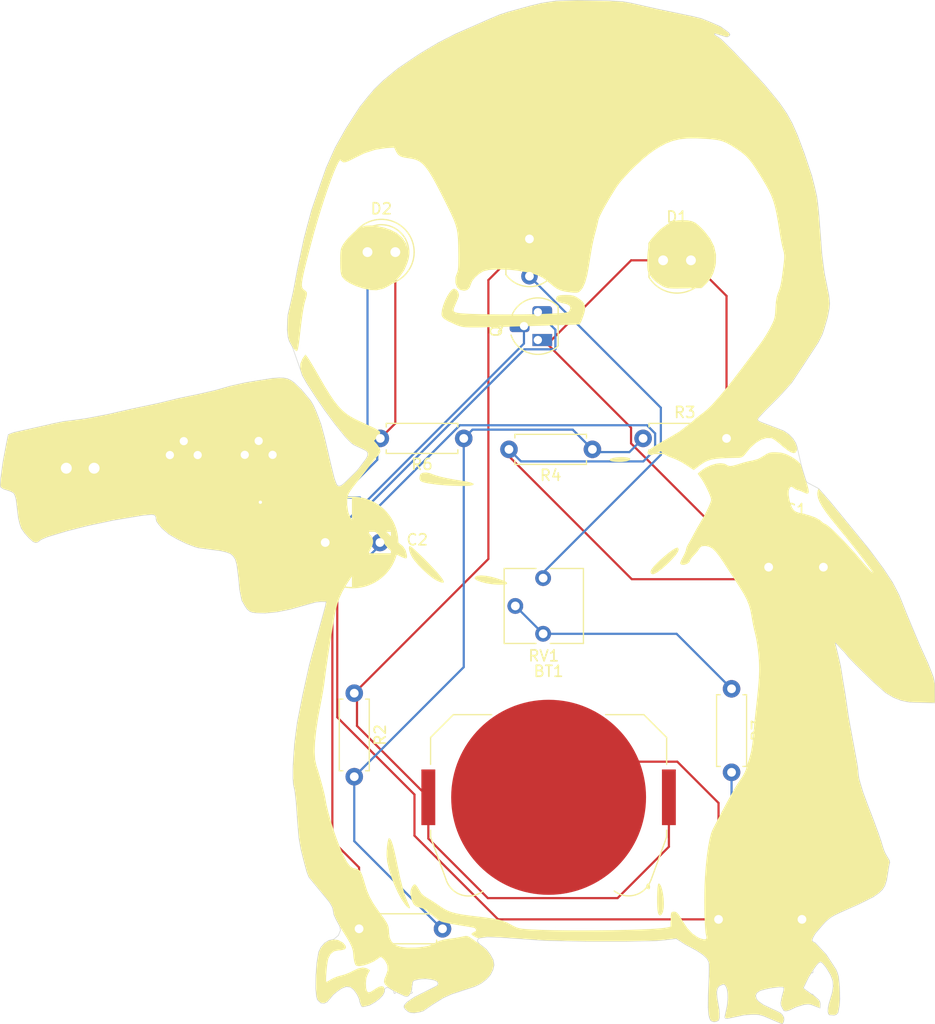
<source format=kicad_pcb>
(kicad_pcb (version 20240108) (generator "pcbnew") (generator_version "8.0")
  (layers (0 "F.Cu" signal) (31 "B.Cu" signal) (34 "B.Paste" user) (35 "F.Paste" user) (36 "B.SilkS" user "B.Silkscreen") (37 "F.SilkS" user "F.Silkscreen") (38 "B.Mask" user) (39 "F.Mask" user) (44 "Edge.Cuts" user))
  (net 0 "")
  (net 1 "Net-(BT1-+)")
  (net 2 "Net-(BT1--)")
  (net 3 "Net-(Q1-B)")
  (net 4 "Net-(D1-K)")
  (net 5 "Net-(Q2-B)")
  (net 6 "Net-(D2-K)")
  (net 7 "Net-(D1-A)")
  (net 8 "Net-(D2-A)")
  (net 9 "Net-(M1--)")
  (net 10 "Net-(M1-+)")
  (net 11 "Net-(Q3-B)")
  (net 12 "Net-(R2-Pad2)")
  (net 13 "Net-(R7-Pad2)")
  (net 14 "Net-(R7-Pad1)")
  (footprint "Capacitor_THT:CP_Radial_D8.0mm_P5.00mm" (layer "F.Cu") (at 155.097349 75.25)
    (property "Reference" "C2")
    (property "Value" "10uf")
  )
  (footprint "Package_TO_SOT_THT:TO-92L_HandSolder" (layer "F.Cu") (at 147.75 67.25)
    (property "Reference" "Q3")
    (property "Value" "NPN")
  )
  (footprint "Resistor_THT:R_Axial_DIN0207_L6.3mm_D2.5mm_P7.62mm_Horizontal" (layer "F.Cu") (at 192.21 88.6 -90)
    (property "Reference" "R7")
    (property "Value" "220")
  )
  (footprint "Potentiometer_THT:Potentiometer_Vishay_T73YP_Vertical" (layer "F.Cu") (at 175 78.5 180)
    (property "Reference" "RV1")
    (property "Value" "R_Potentiometer")
  )
  (footprint "Resistor_THT:R_Axial_DIN0207_L6.3mm_D2.5mm_P7.62mm_Horizontal" (layer "F.Cu") (at 198.64 109.64 180)
    (property "Reference" "R8")
    (property "Value" "220")
  )
  (footprint "LED_THT:LED_D5.0mm" (layer "F.Cu") (at 185.96 49.5)
    (property "Reference" "D1")
    (property "Value" "LED")
  )
  (footprint "Resistor_THT:R_Axial_DIN0207_L6.3mm_D2.5mm_P7.62mm_Horizontal" (layer "F.Cu") (at 167.75 65.75 180)
    (property "Reference" "R6")
    (property "Value" "220")
  )
  (footprint "Resistor_THT:R_Axial_DIN0207_L6.3mm_D2.5mm_P7.62mm_Horizontal" (layer "F.Cu") (at 157.75 89 -90)
    (property "Reference" "R2")
    (property "Value" "220")
  )
  (footprint "Package_TO_SOT_THT:TO-92L_HandSolder" (layer "F.Cu") (at 174.52 56.77 90)
    (property "Reference" "Q2")
    (property "Value" "NPN")
  )
  (footprint "Capacitor_THT:CP_Radial_D8.0mm_P5.00mm" (layer "F.Cu") (at 195.597349 77.5)
    (property "Reference" "C1")
    (property "Value" "10uf")
  )
  (footprint "Resistor_THT:R_Axial_DIN0207_L6.3mm_D2.5mm_P7.62mm_Horizontal" (layer "F.Cu") (at 165.81 110.5 180)
    (property "Reference" "R5")
    (property "Value" "47k")
  )
  (footprint "LOGO" (layer "F.Cu") (at 173 72.5)
    (property "Reference" "Penguin_Drawing" (hide yes))
    (property "Value" "LOGO" (hide yes))
  )
  (footprint "LED_THT:LED_D5.0mm" (layer "F.Cu") (at 158.96 48.75)
    (property "Reference" "D2")
    (property "Value" "LED")
  )
  (footprint "Resistor_THT:R_Axial_DIN0207_L6.3mm_D2.5mm_P7.62mm_Horizontal" (layer "F.Cu") (at 179.5 66.75 180)
    (property "Reference" "R4")
    (property "Value" "47k")
  )
  (footprint "Package_TO_SOT_THT:TO-92L_HandSolder" (layer "F.Cu") (at 140.91 67.27)
    (property "Reference" "Q1")
    (property "Value" "NPN")
  )
  (footprint "Connector_PinHeader_2.54mm:PinHeader_1x02_P2.54mm_Vertical" (layer "F.Cu") (at 133.99 68.47 -90)
    (property "Reference" "M1")
    (property "Value" "Motor_DC")
  )
  (footprint "Resistor_THT:R_Axial_DIN0207_L6.3mm_D2.5mm_P7.62mm_Horizontal" (layer "F.Cu") (at 184.13 65.75)
    (property "Reference" "R3")
    (property "Value" "220")
  )
  (footprint "OptoDevice:R_LDR_5.1x4.3mm_P3.4mm_Vertical" (layer "F.Cu") (at 173.75 50.95 90)
    (property "Reference" "R1")
    (property "Value" "R_Photo")
  )
  (footprint "Battery:BatteryHolder_Keystone_3034_1x20mm" (layer "F.Cu") (at 175.5 98.5)
    (property "Reference" "BT1")
    (property "Value" "Battery_Cell")
  )
  (gr_line (start 202.88 91.09) (end 203.39 93.88) (stroke (width 0.05)) (layer "Edge.Cuts"))
  (gr_line (start 196.95 65.05) (end 197.26 65.25) (stroke (width 0.05)) (layer "Edge.Cuts"))
  (gr_line (start 194.67 64.14) (end 194.84 64.24) (stroke (width 0.05)) (layer "Edge.Cuts"))
  (gr_line (start 156.17 116.24) (end 155.84 116.51) (stroke (width 0.05)) (layer "Edge.Cuts"))
  (gr_line (start 155.18 41.07) (end 156.01 39.21) (stroke (width 0.05)) (layer "Edge.Cuts"))
  (gr_line (start 201.49 115.76) (end 201.46 115.25) (stroke (width 0.05)) (layer "Edge.Cuts"))
  (gr_line (start 175.07 111.57) (end 171 111.28) (stroke (width 0.05)) (layer "Edge.Cuts"))
  (gr_line (start 147.2 78.63) (end 147.02 77.25) (stroke (width 0.05)) (layer "Edge.Cuts"))
  (gr_line (start 161.43 116.41) (end 161.38 116.36) (stroke (width 0.05)) (layer "Edge.Cuts"))
  (gr_line (start 155.84 116.51) (end 155.54 116.87) (stroke (width 0.05)) (layer "Edge.Cuts"))
  (gr_line (start 162.35 117.44) (end 162.57 117.19) (stroke (width 0.05)) (layer "Edge.Cuts"))
  (gr_line (start 200.53 113.65) (end 200.37 113.53) (stroke (width 0.05)) (layer "Edge.Cuts"))
  (gr_line (start 206.6 104.68) (end 206.37 106.07) (stroke (width 0.05)) (layer "Edge.Cuts"))
  (gr_line (start 165.89 116.8) (end 164.92 117.4) (stroke (width 0.05)) (layer "Edge.Cuts"))
  (gr_line (start 156.06 109.59) (end 155.88 109.19) (stroke (width 0.05)) (layer "Edge.Cuts"))
  (gr_line (start 196.84 118.33) (end 196.98 118.58) (stroke (width 0.05)) (layer "Edge.Cuts"))
  (gr_line (start 194.67 117.12) (end 195.12 117.44) (stroke (width 0.05)) (layer "Edge.Cuts"))
  (gr_line (start 204.76 75.85) (end 206.09 77.65) (stroke (width 0.05)) (layer "Edge.Cuts"))
  (gr_line (start 127.34 73.96) (end 127.2 73.54) (stroke (width 0.05)) (layer "Edge.Cuts"))
  (gr_line (start 189.47 27.44) (end 190.67 27.94) (stroke (width 0.05)) (layer "Edge.Cuts"))
  (gr_line (start 146.36 60.99) (end 147.81 60.66) (stroke (width 0.05)) (layer "Edge.Cuts"))
  (gr_line (start 171.75 26.85) (end 173.78 26.29) (stroke (width 0.05)) (layer "Edge.Cuts"))
  (gr_line (start 190.08 116.58) (end 190.14 115.18) (stroke (width 0.05)) (layer "Edge.Cuts"))
  (gr_line (start 201.78 84.49) (end 201.69 84.41) (stroke (width 0.05)) (layer "Edge.Cuts"))
  (gr_line (start 167 28.84) (end 170.17 27.45) (stroke (width 0.05)) (layer "Edge.Cuts"))
  (gr_line (start 154.67 80.65) (end 154.22 80.7) (stroke (width 0.05)) (layer "Edge.Cuts"))
  (gr_line (start 158.73 117.58) (end 158.51 117.62) (stroke (width 0.05)) (layer "Edge.Cuts"))
  (gr_line (start 153.6 105.78) (end 153.41 105.29) (stroke (width 0.05)) (layer "Edge.Cuts"))
  (gr_line (start 191.39 29.45) (end 192.44 30.49) (stroke (width 0.05)) (layer "Edge.Cuts"))
  (gr_line (start 151.69 54.46) (end 152.17 52.4) (stroke (width 0.05)) (layer "Edge.Cuts"))
  (gr_line (start 165.33 115.31) (end 165.07 115.19) (stroke (width 0.05)) (layer "Edge.Cuts"))
  (gr_line (start 155.44 111.55) (end 155.86 111.47) (stroke (width 0.05)) (layer "Edge.Cuts"))
  (gr_line (start 152.88 103.25) (end 152.69 102.2) (stroke (width 0.05)) (layer "Edge.Cuts"))
  (gr_line (start 199.47 117.42) (end 199.22 117.38) (stroke (width 0.05)) (layer "Edge.Cuts"))
  (gr_line (start 196.73 117.5) (end 196.7 117.26) (stroke (width 0.05)) (layer "Edge.Cuts"))
  (gr_line (start 156.16 69.98) (end 156.24 70.07) (stroke (width 0.05)) (layer "Edge.Cuts"))
  (gr_line (start 199.66 116.54) (end 200.07 116.89) (stroke (width 0.05)) (layer "Edge.Cuts"))
  (gr_line (start 139.92 73.63) (end 139.7 73.33) (stroke (width 0.05)) (layer "Edge.Cuts"))
  (gr_line (start 202.06 117.5) (end 201.94 118.14) (stroke (width 0.05)) (layer "Edge.Cuts"))
  (gr_line (start 200.3 117.64) (end 200.28 117.73) (stroke (width 0.05)) (layer "Edge.Cuts"))
  (gr_line (start 155.94 69.43) (end 156.11 69.88) (stroke (width 0.05)) (layer "Edge.Cuts"))
  (gr_line (start 201.06 118.27) (end 201.01 118.04) (stroke (width 0.05)) (layer "Edge.Cuts"))
  (gr_line (start 148.45 81.63) (end 148.22 81.55) (stroke (width 0.05)) (layer "Edge.Cuts"))
  (gr_line (start 126.22 70.53) (end 125.71 70.37) (stroke (width 0.05)) (layer "Edge.Cuts"))
  (gr_line (start 200.11 57.02) (end 198.77 59.06) (stroke (width 0.05)) (layer "Edge.Cuts"))
  (gr_line (start 163.02 116.25) (end 163.05 116.32) (stroke (width 0.05)) (layer "Edge.Cuts"))
  (gr_line (start 191.18 29.26) (end 191.39 29.45) (stroke (width 0.05)) (layer "Edge.Cuts"))
  (gr_line (start 201.15 53.17) (end 201.17 53.44) (stroke (width 0.05)) (layer "Edge.Cuts"))
  (gr_line (start 199 69.59) (end 199.12 69.78) (stroke (width 0.05)) (layer "Edge.Cuts"))
  (gr_line (start 195.79 115.91) (end 195.27 116.02) (stroke (width 0.05)) (layer "Edge.Cuts"))
  (gr_line (start 150.7 81.59) (end 149.6 81.7) (stroke (width 0.05)) (layer "Edge.Cuts"))
  (gr_line (start 190.83 118.96) (end 190.62 118.99) (stroke (width 0.05)) (layer "Edge.Cuts"))
  (gr_line (start 196.8 119.17) (end 195.11 118.45) (stroke (width 0.05)) (layer "Edge.Cuts"))
  (gr_line (start 162.95 116.4) (end 162.87 116.4) (stroke (width 0.05)) (layer "Edge.Cuts"))
  (gr_line (start 156.49 110.64) (end 156.43 110.28) (stroke (width 0.05)) (layer "Edge.Cuts"))
  (gr_line (start 153.38 60.67) (end 153.27 60.47) (stroke (width 0.05)) (layer "Edge.Cuts"))
  (gr_line (start 158.28 35.47) (end 159.56 33.91) (stroke (width 0.05)) (layer "Edge.Cuts"))
  (gr_line (start 143.55 75.75) (end 143.2 75.65) (stroke (width 0.05)) (layer "Edge.Cuts"))
  (gr_line (start 152.81 59.42) (end 152.1 57.41) (stroke (width 0.05)) (layer "Edge.Cuts"))
  (gr_line (start 201 52.23) (end 201.1 52.71) (stroke (width 0.05)) (layer "Edge.Cuts"))
  (gr_line (start 201.46 115.25) (end 201.25 114.7) (stroke (width 0.05)) (layer "Edge.Cuts"))
  (gr_line (start 140.82 74.5) (end 140.19 73.96) (stroke (width 0.05)) (layer "Edge.Cuts"))
  (gr_line (start 207.67 89.66) (end 206.99 89.39) (stroke (width 0.05)) (layer "Edge.Cuts"))
  (gr_line (start 151.66 54.89) (end 151.69 54.46) (stroke (width 0.05)) (layer "Edge.Cuts"))
  (gr_line (start 162.56 116.68) (end 162.34 116.64) (stroke (width 0.05)) (layer "Edge.Cuts"))
  (gr_line (start 170.45 113.35) (end 170.52 113.81) (stroke (width 0.05)) (layer "Edge.Cuts"))
  (gr_line (start 203.73 95.75) (end 203.79 96.42) (stroke (width 0.05)) (layer "Edge.Cuts"))
  (gr_line (start 194.48 116.89) (end 194.67 117.12) (stroke (width 0.05)) (layer "Edge.Cuts"))
  (gr_line (start 152.17 52.4) (end 152.53 50.45) (stroke (width 0.05)) (layer "Edge.Cuts"))
  (gr_line (start 156.99 37.47) (end 158.28 35.47) (stroke (width 0.05)) (layer "Edge.Cuts"))
  (gr_line (start 128.04 74.84) (end 127.65 74.4) (stroke (width 0.05)) (layer "Edge.Cuts"))
  (gr_line (start 191 29.14) (end 191.18 29.26) (stroke (width 0.05)) (layer "Edge.Cuts"))
  (gr_line (start 151.7 56.51) (end 151.63 55.84) (stroke (width 0.05)) (layer "Edge.Cuts"))
  (gr_line (start 169.07 115.62) (end 168.73 115.78) (stroke (width 0.05)) (layer "Edge.Cuts"))
  (gr_line (start 163.03 116.37) (end 162.95 116.4) (stroke (width 0.05)) (layer "Edge.Cuts"))
  (gr_line (start 126.65 70.75) (end 126.46 70.63) (stroke (width 0.05)) (layer "Edge.Cuts"))
  (gr_line (start 157.39 115.82) (end 157.04 115.78) (stroke (width 0.05)) (layer "Edge.Cuts"))
  (gr_line (start 190.68 28.81) (end 190.64 28.87) (stroke (width 0.05)) (layer "Edge.Cuts"))
  (gr_line (start 158.23 117.01) (end 158.16 116.8) (stroke (width 0.05)) (layer "Edge.Cuts"))
  (gr_line (start 155.67 68.35) (end 155.94 69.43) (stroke (width 0.05)) (layer "Edge.Cuts"))
  (gr_line (start 160.67 115.87) (end 160.52 116.02) (stroke (width 0.05)) (layer "Edge.Cuts"))
  (gr_line (start 157.49 66.18) (end 156.95 65.63) (stroke (width 0.05)) (layer "Edge.Cuts"))
  (gr_line (start 157.71 66.34) (end 157.49 66.18) (stroke (width 0.05)) (layer "Edge.Cuts"))
  (gr_line (start 190.89 116.79) (end 191.08 117.87) (stroke (width 0.05)) (layer "Edge.Cuts"))
  (gr_line (start 155.76 108.56) (end 155.49 108.08) (stroke (width 0.05)) (layer "Edge.Cuts"))
  (gr_line (start 195.2 33.45) (end 196.56 35.1) (stroke (width 0.05)) (layer "Edge.Cuts"))
  (gr_line (start 159.61 117.22) (end 159.15 117.48) (stroke (width 0.05)) (layer "Edge.Cuts"))
  (gr_line (start 199.6 114.52) (end 199.56 114.52) (stroke (width 0.05)) (layer "Edge.Cuts"))
  (gr_line (start 198.86 39.77) (end 199.54 41.79) (stroke (width 0.05)) (layer "Edge.Cuts"))
  (gr_line (start 151.63 55.84) (end 151.66 54.89) (stroke (width 0.05)) (layer "Edge.Cuts"))
  (gr_line (start 162.34 116.64) (end 161.54 116.27) (stroke (width 0.05)) (layer "Edge.Cuts"))
  (gr_line (start 197 118.78) (end 196.96 119) (stroke (width 0.05)) (layer "Edge.Cuts"))
  (gr_line (start 203.55 86.4) (end 202.93 85.76) (stroke (width 0.05)) (layer "Edge.Cuts"))
  (gr_line (start 198.84 115.98) (end 199.54 116.48) (stroke (width 0.05)) (layer "Edge.Cuts"))
  (gr_line (start 196.83 116.63) (end 196.97 116.12) (stroke (width 0.05)) (layer "Edge.Cuts"))
  (gr_line (start 204.43 98.62) (end 204.68 99.3) (stroke (width 0.05)) (layer "Edge.Cuts"))
  (gr_line (start 199.53 114.48) (end 199.25 114.91) (stroke (width 0.05)) (layer "Edge.Cuts"))
  (gr_line (start 127.2 73.54) (end 127.07 73.01) (stroke (width 0.05)) (layer "Edge.Cuts"))
  (gr_line (start 147.27 79.52) (end 147.2 78.63) (stroke (width 0.05)) (layer "Edge.Cuts"))
  (gr_line (start 169.36 115.46) (end 169.07 115.62) (stroke (width 0.05)) (layer "Edge.Cuts"))
  (gr_line (start 199.25 114.91) (end 198.78 115.88) (stroke (width 0.05)) (layer "Edge.Cuts"))
  (gr_line (start 151.97 60.45) (end 152.28 60.68) (stroke (width 0.05)) (layer "Edge.Cuts"))
  (gr_line (start 200.28 117.73) (end 199.47 117.42) (stroke (width 0.05)) (layer "Edge.Cuts"))
  (gr_line (start 201.41 116.31) (end 201.49 115.76) (stroke (width 0.05)) (layer "Edge.Cuts"))
  (gr_line (start 199.54 116.48) (end 199.56 116.47) (stroke (width 0.05)) (layer "Edge.Cuts"))
  (gr_line (start 201.98 114.86) (end 202.07 115.78) (stroke (width 0.05)) (layer "Edge.Cuts"))
  (gr_line (start 171.02 27.09) (end 171.75 26.85) (stroke (width 0.05)) (layer "Edge.Cuts"))
  (gr_line (start 182.3 25.89) (end 183.1 26.04) (stroke (width 0.05)) (layer "Edge.Cuts"))
  (gr_line (start 202.27 85.01) (end 201.95 84.66) (stroke (width 0.05)) (layer "Edge.Cuts"))
  (gr_line (start 183.1 26.04) (end 185.4 26.56) (stroke (width 0.05)) (layer "Edge.Cuts"))
  (gr_line (start 163.07 115.62) (end 163.03 115.69) (stroke (width 0.05)) (layer "Edge.Cuts"))
  (gr_line (start 163.1 115.33) (end 163.06 115.49) (stroke (width 0.05)) (layer "Edge.Cuts"))
  (gr_line (start 131.15 64.21) (end 133.22 63.94) (stroke (width 0.05)) (layer "Edge.Cuts"))
  (gr_line (start 154.3 116.68) (end 154.23 115.96) (stroke (width 0.05)) (layer "Edge.Cuts"))
  (gr_line (start 152.1 57.41) (end 151.81 56.88) (stroke (width 0.05)) (layer "Edge.Cuts"))
  (gr_line (start 188.01 111.95) (end 187.15 111.4) (stroke (width 0.05)) (layer "Edge.Cuts"))
  (gr_line (start 160.03 116.91) (end 159.61 117.22) (stroke (width 0.05)) (layer "Edge.Cuts"))
  (gr_line (start 198.58 68.21) (end 199 69.59) (stroke (width 0.05)) (layer "Edge.Cuts"))
  (gr_line (start 170.17 27.45) (end 171.02 27.09) (stroke (width 0.05)) (layer "Edge.Cuts"))
  (gr_line (start 155 117.3) (end 154.7 117.27) (stroke (width 0.05)) (layer "Edge.Cuts"))
  (gr_line (start 191.61 115.62) (end 191.47 115.57) (stroke (width 0.05)) (layer "Edge.Cuts"))
  (gr_line (start 190.86 28.85) (end 190.68 28.81) (stroke (width 0.05)) (layer "Edge.Cuts"))
  (gr_line (start 200.28 117.18) (end 200.31 117.34) (stroke (width 0.05)) (layer "Edge.Cuts"))
  (gr_line (start 156.56 70.05) (end 156.87 69.81) (stroke (width 0.05)) (layer "Edge.Cuts"))
  (gr_line (start 152.44 98.96) (end 152.32 97.91) (stroke (width 0.05)) (layer "Edge.Cuts"))
  (gr_line (start 195.11 118.45) (end 194.75 118.35) (stroke (width 0.05)) (layer "Edge.Cuts"))
  (gr_line (start 129.72 74.74) (end 129.15 74.98) (stroke (width 0.05)) (layer "Edge.Cuts"))
  (gr_line (start 202.53 85.27) (end 202.27 85.01) (stroke (width 0.05)) (layer "Edge.Cuts"))
  (gr_line (start 189.57 112.85) (end 189.01 112.48) (stroke (width 0.05)) (layer "Edge.Cuts"))
  (gr_line (start 199.65 114.47) (end 199.63 114.51) (stroke (width 0.05)) (layer "Edge.Cuts"))
  (gr_line (start 155.04 65.66) (end 155.34 66.94) (stroke (width 0.05)) (layer "Edge.Cuts"))
  (gr_line (start 202.38 87.84) (end 202.6 89.15) (stroke (width 0.05)) (layer "Edge.Cuts"))
  (gr_line (start 155.27 117.18) (end 155 117.3) (stroke (width 0.05)) (layer "Edge.Cuts"))
  (gr_line (start 154.5 112.61) (end 154.71 112.18) (stroke (width 0.05)) (layer "Edge.Cuts"))
  (gr_line (start 191.86 116.35) (end 191.8 116.03) (stroke (width 0.05)) (layer "Edge.Cuts"))
  (gr_line (start 190.12 118.33) (end 190.07 117.67) (stroke (width 0.05)) (layer "Edge.Cuts"))
  (gr_line (start 178.88 111.65) (end 175.07 111.57) (stroke (width 0.05)) (layer "Edge.Cuts"))
  (gr_line (start 158.86 66.9) (end 158.56 66.74) (stroke (width 0.05)) (layer "Edge.Cuts"))
  (gr_line (start 138.44 72.77) (end 135.69 73.23) (stroke (width 0.05)) (layer "Edge.Cuts"))
  (gr_line (start 191.59 118.58) (end 191.62 118.39) (stroke (width 0.05)) (layer "Edge.Cuts"))
  (gr_line (start 196.98 117.97) (end 196.73 117.5) (stroke (width 0.05)) (layer "Edge.Cuts"))
  (gr_line (start 198.78 115.88) (end 198.84 115.98) (stroke (width 0.05)) (layer "Edge.Cuts"))
  (gr_line (start 154.27 63.3) (end 154.7 64.42) (stroke (width 0.05)) (layer "Edge.Cuts"))
  (gr_line (start 152.53 50.45) (end 153.16 47.5) (stroke (width 0.05)) (layer "Edge.Cuts"))
  (gr_line (start 191.76 28.58) (end 191.96 28.73) (stroke (width 0.05)) (layer "Edge.Cuts"))
  (gr_line (start 125.45 70.18) (end 125.42 69.99) (stroke (width 0.05)) (layer "Edge.Cuts"))
  (gr_line (start 198.07 66.17) (end 198.19 66.51) (stroke (width 0.05)) (layer "Edge.Cuts"))
  (gr_line (start 191.82 117.45) (end 191.87 116.86) (stroke (width 0.05)) (layer "Edge.Cuts"))
  (gr_line (start 152.54 91.7) (end 153.05 89.12) (stroke (width 0.05)) (layer "Edge.Cuts"))
  (gr_line (start 165.07 115.19) (end 164.69 115.11) (stroke (width 0.05)) (layer "Edge.Cuts"))
  (gr_line (start 128.41 75.17) (end 128.04 74.84) (stroke (width 0.05)) (layer "Edge.Cuts"))
  (gr_line (start 196.96 119) (end 196.87 119.15) (stroke (width 0.05)) (layer "Edge.Cuts"))
  (gr_line (start 196.87 119.15) (end 196.8 119.17) (stroke (width 0.05)) (layer "Edge.Cuts"))
  (gr_line (start 126.18 65.39) (end 126.42 65.29) (stroke (width 0.05)) (layer "Edge.Cuts"))
  (gr_line (start 200.35 47.38) (end 200.46 48.91) (stroke (width 0.05)) (layer "Edge.Cuts"))
  (gr_line (start 147.97 81.34) (end 147.77 81.05) (stroke (width 0.05)) (layer "Edge.Cuts"))
  (gr_line (start 200 43.69) (end 200.19 45.4) (stroke (width 0.05)) (layer "Edge.Cuts"))
  (gr_line (start 154.7 117.27) (end 154.45 117.05) (stroke (width 0.05)) (layer "Edge.Cuts"))
  (gr_line (start 155.05 63.18) (end 154.27 62.04) (stroke (width 0.05)) (layer "Edge.Cuts"))
  (gr_line (start 191.87 116.86) (end 191.86 116.35) (stroke (width 0.05)) (layer "Edge.Cuts"))
  (gr_line (start 163.22 118.18) (end 162.88 118.15) (stroke (width 0.05)) (layer "Edge.Cuts"))
  (gr_line (start 201.21 109.5) (end 200.81 109.84) (stroke (width 0.05)) (layer "Edge.Cuts"))
  (gr_line (start 206.16 103.43) (end 206.28 103.68) (stroke (width 0.05)) (layer "Edge.Cuts"))
  (gr_line (start 200.85 114.04) (end 200.53 113.65) (stroke (width 0.05)) (layer "Edge.Cuts"))
  (gr_line (start 210.71 87.84) (end 210.77 88.15) (stroke (width 0.05)) (layer "Edge.Cuts"))
  (gr_line (start 208.21 89.78) (end 207.67 89.66) (stroke (width 0.05)) (layer "Edge.Cuts"))
  (gr_line (start 190.67 27.94) (end 191.22 28.18) (stroke (width 0.05)) (layer "Edge.Cuts"))
  (gr_line (start 204.95 99.99) (end 205.25 100.78) (stroke (width 0.05)) (layer "Edge.Cuts"))
  (gr_line (start 196.6 115.81) (end 195.79 115.91) (stroke (width 0.05)) (layer "Edge.Cuts"))
  (gr_line (start 202.17 86.52) (end 202.38 87.84) (stroke (width 0.05)) (layer "Edge.Cuts"))
  (gr_line (start 190.14 115.18) (end 190.16 113.91) (stroke (width 0.05)) (layer "Edge.Cuts"))
  (gr_line (start 192.01 29) (end 191.88 29.09) (stroke (width 0.05)) (layer "Edge.Cuts"))
  (gr_line (start 127.07 73.01) (end 126.95 72.05) (stroke (width 0.05)) (layer "Edge.Cuts"))
  (gr_line (start 154.25 114.71) (end 154.33 113.6) (stroke (width 0.05)) (layer "Edge.Cuts"))
  (gr_line (start 191.68 29.1) (end 190.86 28.85) (stroke (width 0.05)) (layer "Edge.Cuts"))
  (gr_line (start 199.86 110.93) (end 199.65 111.29) (stroke (width 0.05)) (layer "Edge.Cuts"))
  (gr_line (start 157.04 115.78) (end 156.89 115.82) (stroke (width 0.05)) (layer "Edge.Cuts"))
  (gr_line (start 148.22 81.55) (end 147.97 81.34) (stroke (width 0.05)) (layer "Edge.Cuts"))
  (gr_line (start 191.83 118.69) (end 191.65 118.67) (stroke (width 0.05)) (layer "Edge.Cuts"))
  (gr_line (start 194.6 64.07) (end 194.67 64.14) (stroke (width 0.05)) (layer "Edge.Cuts"))
  (gr_line (start 197.26 65.25) (end 197.47 65.41) (stroke (width 0.05)) (layer "Edge.Cuts"))
  (gr_line (start 164.05 118) (end 163.75 118.09) (stroke (width 0.05)) (layer "Edge.Cuts"))
  (gr_line (start 146.69 76.49) (end 146.44 76.27) (stroke (width 0.05)) (layer "Edge.Cuts"))
  (gr_line (start 205.17 107.58) (end 203.75 108.29) (stroke (width 0.05)) (layer "Edge.Cuts"))
  (gr_line (start 126.95 72.05) (end 126.86 71.3) (stroke (width 0.05)) (layer "Edge.Cuts"))
  (gr_line (start 162.67 118.06) (end 162.41 117.84) (stroke (width 0.05)) (layer "Edge.Cuts"))
  (gr_line (start 165.45 29.63) (end 167 28.84) (stroke (width 0.05)) (layer "Edge.Cuts"))
  (gr_line (start 196.85 115.82) (end 196.6 115.81) (stroke (width 0.05)) (layer "Edge.Cuts"))
  (gr_line (start 194.75 118.35) (end 194.47 118.32) (stroke (width 0.05)) (layer "Edge.Cuts"))
  (gr_line (start 199.86 111.79) (end 200.85 112.84) (stroke (width 0.05)) (layer "Edge.Cuts"))
  (gr_line (start 190.16 113.91) (end 190.14 113.55) (stroke (width 0.05)) (layer "Edge.Cuts"))
  (gr_line (start 129.01 64.68) (end 131.15 64.21) (stroke (width 0.05)) (layer "Edge.Cuts"))
  (gr_line (start 191.47 115.57) (end 191.38 115.59) (stroke (width 0.05)) (layer "Edge.Cuts"))
  (gr_line (start 151.65 60.3) (end 151.97 60.45) (stroke (width 0.05)) (layer "Edge.Cuts"))
  (gr_line (start 153.41 105.29) (end 152.88 103.25) (stroke (width 0.05)) (layer "Edge.Cuts"))
  (gr_line (start 169.82 115.1) (end 169.36 115.46) (stroke (width 0.05)) (layer "Edge.Cuts"))
  (gr_line (start 154.22 80.7) (end 151.9 81.35) (stroke (width 0.05)) (layer "Edge.Cuts"))
  (gr_line (start 197.73 36.96) (end 198.24 38.11) (stroke (width 0.05)) (layer "Edge.Cuts"))
  (gr_line (start 203.39 93.88) (end 203.73 95.75) (stroke (width 0.05)) (layer "Edge.Cuts"))
  (gr_line (start 195.12 117.44) (end 196.64 118.16) (stroke (width 0.05)) (layer "Edge.Cuts"))
  (gr_line (start 201.25 114.7) (end 200.85 114.04) (stroke (width 0.05)) (layer "Edge.Cuts"))
  (gr_line (start 171 111.28) (end 169.88 111.25) (stroke (width 0.05)) (layer "Edge.Cuts"))
  (gr_line (start 190.85 116.29) (end 190.89 116.79) (stroke (width 0.05)) (layer "Edge.Cuts"))
  (gr_line (start 206.66 104.44) (end 206.6 104.68) (stroke (width 0.05)) (layer "Edge.Cuts"))
  (gr_line (start 200.18 70.34) (end 201.26 71.58) (stroke (width 0.05)) (layer "Edge.Cuts"))
  (gr_line (start 162.57 117.19) (end 163.25 116.73) (stroke (width 0.05)) (layer "Edge.Cuts"))
  (gr_line (start 156.24 70.07) (end 156.35 70.1) (stroke (width 0.05)) (layer "Edge.Cuts"))
  (gr_line (start 131.51 74.2) (end 129.72 74.74) (stroke (width 0.05)) (layer "Edge.Cuts"))
  (gr_line (start 201.79 118.32) (end 201.59 118.39) (stroke (width 0.05)) (layer "Edge.Cuts"))
  (gr_line (start 192.44 30.49) (end 193.74 31.87) (stroke (width 0.05)) (layer "Edge.Cuts"))
  (gr_line (start 192.06 28.9) (end 192.01 29) (stroke (width 0.05)) (layer "Edge.Cuts"))
  (gr_line (start 200.19 45.4) (end 200.35 47.38) (stroke (width 0.05)) (layer "Edge.Cuts"))
  (gr_line (start 153.65 86.4) (end 154.41 83.6) (stroke (width 0.05)) (layer "Edge.Cuts"))
  (gr_line (start 169.17 111.35) (end 169.02 111.5) (stroke (width 0.05)) (layer "Edge.Cuts"))
  (gr_line (start 164.69 115.11) (end 164.25 115.06) (stroke (width 0.05)) (layer "Edge.Cuts"))
  (gr_line (start 160.52 116.02) (end 160.52 116.25) (stroke (width 0.05)) (layer "Edge.Cuts"))
  (gr_line (start 158.56 66.74) (end 157.71 66.34) (stroke (width 0.05)) (layer "Edge.Cuts"))
  (gr_line (start 200.19 117.01) (end 200.28 117.18) (stroke (width 0.05)) (layer "Edge.Cuts"))
  (gr_line (start 148.84 81.68) (end 148.45 81.63) (stroke (width 0.05)) (layer "Edge.Cuts"))
  (gr_line (start 201.49 113.82) (end 201.76 114.23) (stroke (width 0.05)) (layer "Edge.Cuts"))
  (gr_line (start 157.99 116.46) (end 157.69 116.05) (stroke (width 0.05)) (layer "Edge.Cuts"))
  (gr_line (start 165.35 115.67) (end 165.41 115.49) (stroke (width 0.05)) (layer "Edge.Cuts"))
  (gr_line (start 151.9 81.35) (end 150.7 81.59) (stroke (width 0.05)) (layer "Edge.Cuts"))
  (gr_line (start 165.41 115.49) (end 165.33 115.31) (stroke (width 0.05)) (layer "Edge.Cuts"))
  (gr_line (start 147.77 81.05) (end 147.48 80.54) (stroke (width 0.05)) (layer "Edge.Cuts"))
  (gr_line (start 185.4 26.56) (end 188.66 27.24) (stroke (width 0.05)) (layer "Edge.Cuts"))
  (gr_line (start 125.47 69.34) (end 125.66 67.94) (stroke (width 0.05)) (layer "Edge.Cuts"))
  (gr_line (start 154.45 117.05) (end 154.38 116.95) (stroke (width 0.05)) (layer "Edge.Cuts"))
  (gr_line (start 163.06 115.49) (end 163.07 115.62) (stroke (width 0.05)) (layer "Edge.Cuts"))
  (gr_line (start 206.09 77.65) (end 206.91 78.89) (stroke (width 0.05)) (layer "Edge.Cuts"))
  (gr_line (start 200.07 116.89) (end 200.15 116.97) (stroke (width 0.05)) (layer "Edge.Cuts"))
  (gr_line (start 205.67 107.23) (end 205.17 107.58) (stroke (width 0.05)) (layer "Edge.Cuts"))
  (gr_line (start 203.75 108.29) (end 202.04 109.05) (stroke (width 0.05)) (layer "Edge.Cuts"))
  (gr_line (start 201.09 117.39) (end 201.41 116.31) (stroke (width 0.05)) (layer "Edge.Cuts"))
  (gr_line (start 204.2 98) (end 204.43 98.62) (stroke (width 0.05)) (layer "Edge.Cuts"))
  (gr_line (start 169.88 111.25) (end 169.17 111.35) (stroke (width 0.05)) (layer "Edge.Cuts"))
  (gr_line (start 194.41 116.59) (end 194.48 116.89) (stroke (width 0.05)) (layer "Edge.Cuts"))
  (gr_line (start 141.71 62.09) (end 143.41 61.74) (stroke (width 0.05)) (layer "Edge.Cuts"))
  (gr_line (start 161.37 116.27) (end 161.38 116.19) (stroke (width 0.05)) (layer "Edge.Cuts"))
  (gr_line (start 199.56 111.53) (end 199.62 111.66) (stroke (width 0.05)) (layer "Edge.Cuts"))
  (gr_line (start 146.89 76.79) (end 146.69 76.49) (stroke (width 0.05)) (layer "Edge.Cuts"))
  (gr_line (start 202.6 89.15) (end 202.88 91.09) (stroke (width 0.05)) (layer "Edge.Cuts"))
  (gr_line (start 200.46 48.91) (end 200.69 50.69) (stroke (width 0.05)) (layer "Edge.Cuts"))
  (gr_line (start 126.86 71.3) (end 126.76 70.96) (stroke (width 0.05)) (layer "Edge.Cuts"))
  (gr_line (start 198.77 59.06) (end 197.71 60.66) (stroke (width 0.05)) (layer "Edge.Cuts"))
  (gr_line (start 201.94 118.14) (end 201.79 118.32) (stroke (width 0.05)) (layer "Edge.Cuts"))
  (gr_line (start 154.38 116.95) (end 154.3 116.68) (stroke (width 0.05)) (layer "Edge.Cuts"))
  (gr_line (start 190.14 113.55) (end 189.96 113.21) (stroke (width 0.05)) (layer "Edge.Cuts"))
  (gr_line (start 162.41 117.84) (end 162.3 117.67) (stroke (width 0.05)) (layer "Edge.Cuts"))
  (gr_line (start 193.37 118.37) (end 191.83 118.69) (stroke (width 0.05)) (layer "Edge.Cuts"))
  (gr_line (start 156.44 70.09) (end 156.56 70.05) (stroke (width 0.05)) (layer "Edge.Cuts"))
  (gr_line (start 152.29 93.62) (end 152.54 91.7) (stroke (width 0.05)) (layer "Edge.Cuts"))
  (gr_line (start 206.05 103.12) (end 206.16 103.43) (stroke (width 0.05)) (layer "Edge.Cuts"))
  (gr_line (start 206.62 104.25) (end 206.66 104.44) (stroke (width 0.05)) (layer "Edge.Cuts"))
  (gr_line (start 199.12 69.78) (end 199.36 69.9) (stroke (width 0.05)) (layer "Edge.Cuts"))
  (gr_line (start 133.22 63.94) (end 135.31 63.54) (stroke (width 0.05)) (layer "Edge.Cuts"))
  (gr_line (start 161.38 116.36) (end 161.37 116.27) (stroke (width 0.05)) (layer "Edge.Cuts"))
  (gr_line (start 200.37 113.53) (end 200.33 113.53) (stroke (width 0.05)) (layer "Edge.Cuts"))
  (gr_line (start 204.68 99.3) (end 204.95 99.99) (stroke (width 0.05)) (layer "Edge.Cuts"))
  (gr_line (start 137.31 63.08) (end 139.87 62.54) (stroke (width 0.05)) (layer "Edge.Cuts"))
  (gr_line (start 126.42 65.29) (end 126.72 65.19) (stroke (width 0.05)) (layer "Edge.Cuts"))
  (gr_line (start 161.51 116.37) (end 161.43 116.41) (stroke (width 0.05)) (layer "Edge.Cuts"))
  (gr_line (start 200.64 110.02) (end 199.86 110.93) (stroke (width 0.05)) (layer "Edge.Cuts"))
  (gr_line (start 154.27 62.04) (end 153.38 60.67) (stroke (width 0.05)) (layer "Edge.Cuts"))
  (gr_line (start 187.15 111.4) (end 185.39 111.59) (stroke (width 0.05)) (layer "Edge.Cuts"))
  (gr_line (start 199.65 111.29) (end 199.56 111.53) (stroke (width 0.05)) (layer "Edge.Cuts"))
  (gr_line (start 140.19 73.96) (end 139.92 73.63) (stroke (width 0.05)) (layer "Edge.Cuts"))
  (gr_line (start 162.87 116.4) (end 162.72 116.61) (stroke (width 0.05)) (layer "Edge.Cuts"))
  (gr_line (start 190.29 118.86) (end 190.19 118.63) (stroke (width 0.05)) (layer "Edge.Cuts"))
  (gr_line (start 205.62 101.79) (end 205.86 102.49) (stroke (width 0.05)) (layer "Edge.Cuts"))
  (gr_line (start 129.15 74.98) (end 128.84 75.22) (stroke (width 0.05)) (layer "Edge.Cuts"))
  (gr_line (start 202.04 109.05) (end 201.61 109.26) (stroke (width 0.05)) (layer "Edge.Cuts"))
  (gr_line (start 160.35 116.58) (end 160.03 116.91) (stroke (width 0.05)) (layer "Edge.Cuts"))
  (gr_line (start 198.24 38.11) (end 198.86 39.77) (stroke (width 0.05)) (layer "Edge.Cuts"))
  (gr_line (start 160.52 116.25) (end 160.35 116.58) (stroke (width 0.05)) (layer "Edge.Cuts"))
  (gr_line (start 163.71 30.67) (end 165.45 29.63) (stroke (width 0.05)) (layer "Edge.Cuts"))
  (gr_line (start 199.56 114.52) (end 199.53 114.48) (stroke (width 0.05)) (layer "Edge.Cuts"))
  (gr_line (start 197.25 36.1) (end 197.73 36.96) (stroke (width 0.05)) (layer "Edge.Cuts"))
  (gr_line (start 198.07 117.65) (end 197.44 117.95) (stroke (width 0.05)) (layer "Edge.Cuts"))
  (gr_line (start 147.81 60.66) (end 150.3 60.26) (stroke (width 0.05)) (layer "Edge.Cuts"))
  (gr_line (start 143.41 61.74) (end 145.02 61.37) (stroke (width 0.05)) (layer "Edge.Cuts"))
  (gr_line (start 125.5 70.23) (end 125.45 70.18) (stroke (width 0.05)) (layer "Edge.Cuts"))
  (gr_line (start 201.61 109.26) (end 201.21 109.5) (stroke (width 0.05)) (layer "Edge.Cuts"))
  (gr_line (start 152.28 60.68) (end 152.89 61.26) (stroke (width 0.05)) (layer "Edge.Cuts"))
  (gr_line (start 198.19 66.51) (end 198.58 68.21) (stroke (width 0.05)) (layer "Edge.Cuts"))
  (gr_line (start 125.71 70.37) (end 125.5 70.23) (stroke (width 0.05)) (layer "Edge.Cuts"))
  (gr_line (start 190.64 28.87) (end 190.73 28.97) (stroke (width 0.05)) (layer "Edge.Cuts"))
  (gr_line (start 156.57 115.95) (end 156.17 116.24) (stroke (width 0.05)) (layer "Edge.Cuts"))
  (gr_line (start 169 111.63) (end 169.17 111.86) (stroke (width 0.05)) (layer "Edge.Cuts"))
  (gr_line (start 195.02 64.31) (end 196.95 65.05) (stroke (width 0.05)) (layer "Edge.Cuts"))
  (gr_line (start 145.02 61.37) (end 146.36 60.99) (stroke (width 0.05)) (layer "Edge.Cuts"))
  (gr_line (start 206.99 89.39) (end 206.28 88.96) (stroke (width 0.05)) (layer "Edge.Cuts"))
  (gr_line (start 191.73 115.82) (end 191.61 115.62) (stroke (width 0.05)) (layer "Edge.Cuts"))
  (gr_line (start 155.11 81.05) (end 155.18 80.66) (stroke (width 0.05)) (layer "Edge.Cuts"))
  (gr_line (start 199.63 114.51) (end 199.6 114.52) (stroke (width 0.05)) (layer "Edge.Cuts"))
  (gr_line (start 152.32 97.91) (end 152.19 97.34) (stroke (width 0.05)) (layer "Edge.Cuts"))
  (gr_line (start 205.86 102.49) (end 206.05 103.12) (stroke (width 0.05)) (layer "Edge.Cuts"))
  (gr_line (start 200.81 109.84) (end 200.64 110.02) (stroke (width 0.05)) (layer "Edge.Cuts"))
  (gr_line (start 197.71 60.66) (end 196.54 61.96) (stroke (width 0.05)) (layer "Edge.Cuts"))
  (gr_line (start 199.58 116.47) (end 199.62 116.47) (stroke (width 0.05)) (layer "Edge.Cuts"))
  (gr_line (start 194.6 64) (end 194.6 64.07) (stroke (width 0.05)) (layer "Edge.Cuts"))
  (gr_line (start 157.69 116.05) (end 157.39 115.82) (stroke (width 0.05)) (layer "Edge.Cuts"))
  (gr_line (start 200.33 113.53) (end 200.17 113.6) (stroke (width 0.05)) (layer "Edge.Cuts"))
  (gr_line (start 169.81 112.37) (end 170.19 112.88) (stroke (width 0.05)) (layer "Edge.Cuts"))
  (gr_line (start 153.05 89.12) (end 153.65 86.4) (stroke (width 0.05)) (layer "Edge.Cuts"))
  (gr_line (start 162.93 116.24) (end 163.02 116.25) (stroke (width 0.05)) (layer "Edge.Cuts"))
  (gr_line (start 206.91 78.89) (end 207.52 80.06) (stroke (width 0.05)) (layer "Edge.Cuts"))
  (gr_line (start 201.95 84.66) (end 201.78 84.49) (stroke (width 0.05)) (layer "Edge.Cuts"))
  (gr_line (start 191.65 118.67) (end 191.59 118.58) (stroke (width 0.05)) (layer "Edge.Cuts"))
  (gr_line (start 199.97 113.82) (end 199.65 114.27) (stroke (width 0.05)) (layer "Edge.Cuts"))
  (gr_line (start 164.25 115.06) (end 163.77 115.09) (stroke (width 0.05)) (layer "Edge.Cuts"))
  (gr_line (start 141.61 74.96) (end 140.82 74.5) (stroke (width 0.05)) (layer "Edge.Cuts"))
  (gr_line (start 145.49 76) (end 143.55 75.75) (stroke (width 0.05)) (layer "Edge.Cuts"))
  (gr_line (start 208.24 81.86) (end 209.41 84.65) (stroke (width 0.05)) (layer "Edge.Cuts"))
  (gr_line (start 153.84 44.95) (end 154.68 42.5) (stroke (width 0.05)) (layer "Edge.Cuts"))
  (gr_line (start 194.47 118.32) (end 194.07 118.32) (stroke (width 0.05)) (layer "Edge.Cuts"))
  (gr_line (start 200.17 113.6) (end 199.97 113.82) (stroke (width 0.05)) (layer "Edge.Cuts"))
  (gr_line (start 201.76 114.23) (end 201.87 114.5) (stroke (width 0.05)) (layer "Edge.Cuts"))
  (gr_line (start 210.65 87.55) (end 210.71 87.84) (stroke (width 0.05)) (layer "Edge.Cuts"))
  (gr_line (start 149.6 81.7) (end 148.84 81.68) (stroke (width 0.05)) (layer "Edge.Cuts"))
  (gr_line (start 158.83 67.61) (end 158.98 67.31) (stroke (width 0.05)) (layer "Edge.Cuts"))
  (gr_line (start 152.19 97.34) (end 152.15 96.77) (stroke (width 0.05)) (layer "Edge.Cuts"))
  (gr_line (start 200.97 54.73) (end 200.51 56.23) (stroke (width 0.05)) (layer "Edge.Cuts"))
  (gr_line (start 202.1 116.9) (end 202.06 117.5) (stroke (width 0.05)) (layer "Edge.Cuts"))
  (gr_line (start 169.17 111.86) (end 169.81 112.37) (stroke (width 0.05)) (layer "Edge.Cuts"))
  (gr_line (start 158.98 67.31) (end 158.98 67.07) (stroke (width 0.05)) (layer "Edge.Cuts"))
  (gr_line (start 125.42 69.99) (end 125.47 69.34) (stroke (width 0.05)) (layer "Edge.Cuts"))
  (gr_line (start 156.87 69.81) (end 158.03 68.67) (stroke (width 0.05)) (layer "Edge.Cuts"))
  (gr_line (start 191.1 118.26) (end 191.1 118.62) (stroke (width 0.05)) (layer "Edge.Cuts"))
  (gr_line (start 189.01 112.48) (end 188.01 111.95) (stroke (width 0.05)) (layer "Edge.Cuts"))
  (gr_line (start 205.25 100.78) (end 205.62 101.79) (stroke (width 0.05)) (layer "Edge.Cuts"))
  (gr_line (start 191.08 117.87) (end 191.1 118.26) (stroke (width 0.05)) (layer "Edge.Cuts"))
  (gr_line (start 161.38 116.19) (end 160.81 115.84) (stroke (width 0.05)) (layer "Edge.Cuts"))
  (gr_line (start 194.65 63.89) (end 194.6 64) (stroke (width 0.05)) (layer "Edge.Cuts"))
  (gr_line (start 155.96 64.41) (end 155.05 63.18) (stroke (width 0.05)) (layer "Edge.Cuts"))
  (gr_line (start 153.01 60.02) (end 152.81 59.42) (stroke (width 0.05)) (layer "Edge.Cuts"))
  (gr_line (start 196.64 118.16) (end 196.84 118.33) (stroke (width 0.05)) (layer "Edge.Cuts"))
  (gr_line (start 155.34 66.94) (end 155.67 68.35) (stroke (width 0.05)) (layer "Edge.Cuts"))
  (gr_line (start 210.77 88.15) (end 210.79 89.89) (stroke (width 0.05)) (layer "Edge.Cuts"))
  (gr_line (start 135.31 63.54) (end 137.31 63.08) (stroke (width 0.05)) (layer "Edge.Cuts"))
  (gr_line (start 199.62 111.66) (end 199.86 111.79) (stroke (width 0.05)) (layer "Edge.Cuts"))
  (gr_line (start 158.51 117.62) (end 158.4 117.55) (stroke (width 0.05)) (layer "Edge.Cuts"))
  (gr_line (start 176.17 25.83) (end 178.16 25.77) (stroke (width 0.05)) (layer "Edge.Cuts"))
  (gr_line (start 155.86 111.47) (end 156.3 111.1) (stroke (width 0.05)) (layer "Edge.Cuts"))
  (gr_line (start 150.9 60.22) (end 151.3 60.23) (stroke (width 0.05)) (layer "Edge.Cuts"))
  (gr_line (start 162.3 117.67) (end 162.3 117.55) (stroke (width 0.05)) (layer "Edge.Cuts"))
  (gr_line (start 196.98 118.58) (end 197 118.78) (stroke (width 0.05)) (layer "Edge.Cuts"))
  (gr_line (start 163.77 115.09) (end 163.41 115.17) (stroke (width 0.05)) (layer "Edge.Cuts"))
  (gr_line (start 128.84 75.22) (end 128.64 75.26) (stroke (width 0.05)) (layer "Edge.Cuts"))
  (gr_line (start 158.4 117.55) (end 158.25 117.17) (stroke (width 0.05)) (layer "Edge.Cuts"))
  (gr_line (start 161.54 116.27) (end 161.51 116.37) (stroke (width 0.05)) (layer "Edge.Cuts"))
  (gr_line (start 154.68 42.5) (end 155.18 41.07) (stroke (width 0.05)) (layer "Edge.Cuts"))
  (gr_line (start 150.3 60.26) (end 150.9 60.22) (stroke (width 0.05)) (layer "Edge.Cuts"))
  (gr_line (start 152.15 96.77) (end 152.16 95.59) (stroke (width 0.05)) (layer "Edge.Cuts"))
  (gr_line (start 155.18 80.66) (end 154.67 80.65) (stroke (width 0.05)) (layer "Edge.Cuts"))
  (gr_line (start 206.21 106.57) (end 205.99 106.92) (stroke (width 0.05)) (layer "Edge.Cuts"))
  (gr_line (start 174.8 26.04) (end 176.17 25.83) (stroke (width 0.05)) (layer "Edge.Cuts"))
  (gr_line (start 155.49 108.08) (end 154.61 107.01) (stroke (width 0.05)) (layer "Edge.Cuts"))
  (gr_line (start 203.86 96.84) (end 204.2 98) (stroke (width 0.05)) (layer "Edge.Cuts"))
  (gr_line (start 199.64 116.49) (end 199.66 116.52) (stroke (width 0.05)) (layer "Edge.Cuts"))
  (gr_line (start 126.76 70.96) (end 126.65 70.75) (stroke (width 0.05)) (layer "Edge.Cuts"))
  (gr_line (start 206.37 106.07) (end 206.21 106.57) (stroke (width 0.05)) (layer "Edge.Cuts"))
  (gr_line (start 189.96 113.21) (end 189.57 112.85) (stroke (width 0.05)) (layer "Edge.Cuts"))
  (gr_line (start 147.48 80.54) (end 147.27 79.52) (stroke (width 0.05)) (layer "Edge.Cuts"))
  (gr_line (start 194.07 118.32) (end 193.37 118.37) (stroke (width 0.05)) (layer "Edge.Cuts"))
  (gr_line (start 168.73 115.78) (end 166.62 116.47) (stroke (width 0.05)) (layer "Edge.Cuts"))
  (gr_line (start 190.07 117.67) (end 190.08 116.58) (stroke (width 0.05)) (layer "Edge.Cuts"))
  (gr_line (start 191.96 28.73) (end 192.06 28.9) (stroke (width 0.05)) (layer "Edge.Cuts"))
  (gr_line (start 154.33 113.6) (end 154.5 112.61) (stroke (width 0.05)) (layer "Edge.Cuts"))
  (gr_line (start 154.23 115.96) (end 154.25 114.71) (stroke (width 0.05)) (layer "Edge.Cuts"))
  (gr_line (start 163.05 116.32) (end 163.03 116.37) (stroke (width 0.05)) (layer "Edge.Cuts"))
  (gr_line (start 154.02 62.73) (end 154.27 63.3) (stroke (width 0.05)) (layer "Edge.Cuts"))
  (gr_line (start 196.97 116.12) (end 196.99 115.92) (stroke (width 0.05)) (layer "Edge.Cuts"))
  (gr_line (start 199.62 116.47) (end 199.64 116.49) (stroke (width 0.05)) (layer "Edge.Cuts"))
  (gr_line (start 201.59 118.39) (end 201.16 118.36) (stroke (width 0.05)) (layer "Edge.Cuts"))
  (gr_line (start 169.02 111.5) (end 169 111.63) (stroke (width 0.05)) (layer "Edge.Cuts"))
  (gr_line (start 155.85 108.97) (end 155.76 108.56) (stroke (width 0.05)) (layer "Edge.Cuts"))
  (gr_line (start 199.54 41.79) (end 200 43.69) (stroke (width 0.05)) (layer "Edge.Cuts"))
  (gr_line (start 155.88 109.19) (end 155.85 108.97) (stroke (width 0.05)) (layer "Edge.Cuts"))
  (gr_line (start 191.83 29.11) (end 191.68 29.1) (stroke (width 0.05)) (layer "Edge.Cuts"))
  (gr_line (start 201.14 53.85) (end 200.97 54.73) (stroke (width 0.05)) (layer "Edge.Cuts"))
  (gr_line (start 152.16 95.59) (end 152.29 93.62) (stroke (width 0.05)) (layer "Edge.Cuts"))
  (gr_line (start 173.78 26.29) (end 174.8 26.04) (stroke (width 0.05)) (layer "Edge.Cuts"))
  (gr_line (start 154.71 112.18) (end 155.03 111.81) (stroke (width 0.05)) (layer "Edge.Cuts"))
  (gr_line (start 201.1 52.71) (end 201.15 53.17) (stroke (width 0.05)) (layer "Edge.Cuts"))
  (gr_line (start 191.22 28.18) (end 191.76 28.58) (stroke (width 0.05)) (layer "Edge.Cuts"))
  (gr_line (start 190.92 115.94) (end 190.85 116.29) (stroke (width 0.05)) (layer "Edge.Cuts"))
  (gr_line (start 198.82 117.42) (end 198.07 117.65) (stroke (width 0.05)) (layer "Edge.Cuts"))
  (gr_line (start 203.79 96.42) (end 203.86 96.84) (stroke (width 0.05)) (layer "Edge.Cuts"))
  (gr_line (start 196.54 61.96) (end 195.26 63.24) (stroke (width 0.05)) (layer "Edge.Cuts"))
  (gr_line (start 152.56 100.64) (end 152.44 98.96) (stroke (width 0.05)) (layer "Edge.Cuts"))
  (gr_line (start 158.98 67.07) (end 158.86 66.9) (stroke (width 0.05)) (layer "Edge.Cuts"))
  (gr_line (start 146.44 76.27) (end 146.03 76.12) (stroke (width 0.05)) (layer "Edge.Cuts"))
  (gr_line (start 202.93 85.76) (end 202.53 85.27) (stroke (width 0.05)) (layer "Edge.Cuts"))
  (gr_line (start 151.3 60.23) (end 151.65 60.3) (stroke (width 0.05)) (layer "Edge.Cuts"))
  (gr_line (start 126.14 65.44) (end 126.18 65.39) (stroke (width 0.05)) (layer "Edge.Cuts"))
  (gr_line (start 194.81 116.15) (end 194.52 116.35) (stroke (width 0.05)) (layer "Edge.Cuts"))
  (gr_line (start 139.63 72.91) (end 139.51 72.74) (stroke (width 0.05)) (layer "Edge.Cuts"))
  (gr_line (start 191.62 118.39) (end 191.82 117.45) (stroke (width 0.05)) (layer "Edge.Cuts"))
  (gr_line (start 133.36 73.73) (end 131.51 74.2) (stroke (width 0.05)) (layer "Edge.Cuts"))
  (gr_line (start 160.81 115.84) (end 160.67 115.87) (stroke (width 0.05)) (layer "Edge.Cuts"))
  (gr_line (start 163.03 115.69) (end 163 116.05) (stroke (width 0.05)) (layer "Edge.Cuts"))
  (gr_line (start 162.88 118.15) (end 162.67 118.06) (stroke (width 0.05)) (layer "Edge.Cuts"))
  (gr_line (start 178.16 25.77) (end 181.07 25.82) (stroke (width 0.05)) (layer "Edge.Cuts"))
  (gr_line (start 194.52 116.35) (end 194.41 116.59) (stroke (width 0.05)) (layer "Edge.Cuts"))
  (gr_line (start 152.69 102.2) (end 152.56 100.64) (stroke (width 0.05)) (layer "Edge.Cuts"))
  (gr_line (start 170.42 114.22) (end 170.19 114.7) (stroke (width 0.05)) (layer "Edge.Cuts"))
  (gr_line (start 127.65 74.4) (end 127.34 73.96) (stroke (width 0.05)) (layer "Edge.Cuts"))
  (gr_line (start 163.41 115.17) (end 163.21 115.22) (stroke (width 0.05)) (layer "Edge.Cuts"))
  (gr_line (start 200.51 56.23) (end 200.11 57.02) (stroke (width 0.05)) (layer "Edge.Cuts"))
  (gr_line (start 125.98 66.22) (end 126.14 65.44) (stroke (width 0.05)) (layer "Edge.Cuts"))
  (gr_line (start 154.61 107.01) (end 153.6 105.78) (stroke (width 0.05)) (layer "Edge.Cuts"))
  (gr_line (start 210.15 86.28) (end 210.65 87.55) (stroke (width 0.05)) (layer "Edge.Cuts"))
  (gr_line (start 208.51 89.83) (end 208.21 89.78) (stroke (width 0.05)) (layer "Edge.Cuts"))
  (gr_line (start 156.11 69.88) (end 156.16 69.98) (stroke (width 0.05)) (layer "Edge.Cuts"))
  (gr_line (start 199.36 69.9) (end 200.18 70.34) (stroke (width 0.05)) (layer "Edge.Cuts"))
  (gr_line (start 156.01 39.21) (end 156.99 37.47) (stroke (width 0.05)) (layer "Edge.Cuts"))
  (gr_line (start 156.35 70.1) (end 156.44 70.09) (stroke (width 0.05)) (layer "Edge.Cuts"))
  (gr_line (start 163.25 116.73) (end 165.35 115.67) (stroke (width 0.05)) (layer "Edge.Cuts"))
  (gr_line (start 154.7 64.42) (end 155.04 65.66) (stroke (width 0.05)) (layer "Edge.Cuts"))
  (gr_line (start 170.19 112.88) (end 170.45 113.35) (stroke (width 0.05)) (layer "Edge.Cuts"))
  (gr_line (start 163.75 118.09) (end 163.22 118.18) (stroke (width 0.05)) (layer "Edge.Cuts"))
  (gr_line (start 139.51 72.74) (end 139.25 72.7) (stroke (width 0.05)) (layer "Edge.Cuts"))
  (gr_line (start 197.82 65.77) (end 198.07 66.17) (stroke (width 0.05)) (layer "Edge.Cuts"))
  (gr_line (start 142.41 75.35) (end 141.61 74.96) (stroke (width 0.05)) (layer "Edge.Cuts"))
  (gr_line (start 196.97 115.86) (end 196.85 115.82) (stroke (width 0.05)) (layer "Edge.Cuts"))
  (gr_line (start 197.47 65.41) (end 197.82 65.77) (stroke (width 0.05)) (layer "Edge.Cuts"))
  (gr_line (start 160.41 33.09) (end 161.75 31.99) (stroke (width 0.05)) (layer "Edge.Cuts"))
  (gr_line (start 128.64 75.26) (end 128.41 75.17) (stroke (width 0.05)) (layer "Edge.Cuts"))
  (gr_line (start 155.54 116.87) (end 155.27 117.18) (stroke (width 0.05)) (layer "Edge.Cuts"))
  (gr_line (start 162.3 117.55) (end 162.35 117.44) (stroke (width 0.05)) (layer "Edge.Cuts"))
  (gr_line (start 191.38 115.59) (end 191.09 115.72) (stroke (width 0.05)) (layer "Edge.Cuts"))
  (gr_line (start 154.41 83.6) (end 154.94 81.68) (stroke (width 0.05)) (layer "Edge.Cuts"))
  (gr_line (start 193.74 31.87) (end 195.2 33.45) (stroke (width 0.05)) (layer "Edge.Cuts"))
  (gr_line (start 201.69 84.49) (end 202.17 86.52) (stroke (width 0.05)) (layer "Edge.Cuts"))
  (gr_line (start 197.17 118.01) (end 196.98 117.97) (stroke (width 0.05)) (layer "Edge.Cuts"))
  (gr_line (start 207.52 80.06) (end 208.24 81.86) (stroke (width 0.05)) (layer "Edge.Cuts"))
  (gr_line (start 163.21 115.22) (end 163.1 115.33) (stroke (width 0.05)) (layer "Edge.Cuts"))
  (gr_line (start 190.62 118.99) (end 190.44 118.95) (stroke (width 0.05)) (layer "Edge.Cuts"))
  (gr_line (start 185.39 111.59) (end 182.59 111.65) (stroke (width 0.05)) (layer "Edge.Cuts"))
  (gr_line (start 210.79 89.89) (end 208.51 89.83) (stroke (width 0.05)) (layer "Edge.Cuts"))
  (gr_line (start 139.7 73.33) (end 139.65 73.13) (stroke (width 0.05)) (layer "Edge.Cuts"))
  (gr_line (start 153.27 60.47) (end 153.01 60.02) (stroke (width 0.05)) (layer "Edge.Cuts"))
  (gr_line (start 139.87 62.54) (end 141.71 62.09) (stroke (width 0.05)) (layer "Edge.Cuts"))
  (gr_line (start 156.3 111.1) (end 156.49 110.64) (stroke (width 0.05)) (layer "Edge.Cuts"))
  (gr_line (start 195.27 116.02) (end 194.81 116.15) (stroke (width 0.05)) (layer "Edge.Cuts"))
  (gr_line (start 191.88 29.09) (end 191.83 29.11) (stroke (width 0.05)) (layer "Edge.Cuts"))
  (gr_line (start 151.81 56.88) (end 151.7 56.51) (stroke (width 0.05)) (layer "Edge.Cuts"))
  (gr_line (start 202.07 115.78) (end 202.1 116.9) (stroke (width 0.05)) (layer "Edge.Cuts"))
  (gr_line (start 154.94 81.68) (end 155.11 81.05) (stroke (width 0.05)) (layer "Edge.Cuts"))
  (gr_line (start 159.56 33.91) (end 160.41 33.09) (stroke (width 0.05)) (layer "Edge.Cuts"))
  (gr_line (start 195.26 63.24) (end 194.65 63.89) (stroke (width 0.05)) (layer "Edge.Cuts"))
  (gr_line (start 201.69 84.41) (end 201.69 84.49) (stroke (width 0.05)) (layer "Edge.Cuts"))
  (gr_line (start 125.66 67.94) (end 125.98 66.22) (stroke (width 0.05)) (layer "Edge.Cuts"))
  (gr_line (start 153.77 62.31) (end 154.02 62.73) (stroke (width 0.05)) (layer "Edge.Cuts"))
  (gr_line (start 139.25 72.7) (end 138.44 72.77) (stroke (width 0.05)) (layer "Edge.Cuts"))
  (gr_line (start 191.09 115.72) (end 190.92 115.94) (stroke (width 0.05)) (layer "Edge.Cuts"))
  (gr_line (start 126.72 65.19) (end 129.01 64.68) (stroke (width 0.05)) (layer "Edge.Cuts"))
  (gr_line (start 205.99 106.92) (end 205.67 107.23) (stroke (width 0.05)) (layer "Edge.Cuts"))
  (gr_line (start 158.25 117.17) (end 158.23 117.01) (stroke (width 0.05)) (layer "Edge.Cuts"))
  (gr_line (start 163 116.05) (end 162.93 116.24) (stroke (width 0.05)) (layer "Edge.Cuts"))
  (gr_line (start 182.59 111.65) (end 178.88 111.65) (stroke (width 0.05)) (layer "Edge.Cuts"))
  (gr_line (start 158.03 68.67) (end 158.83 67.61) (stroke (width 0.05)) (layer "Edge.Cuts"))
  (gr_line (start 201.87 114.5) (end 201.98 114.86) (stroke (width 0.05)) (layer "Edge.Cuts"))
  (gr_line (start 196.7 117.26) (end 196.83 116.63) (stroke (width 0.05)) (layer "Edge.Cuts"))
  (gr_line (start 135.69 73.23) (end 133.36 73.73) (stroke (width 0.05)) (layer "Edge.Cuts"))
  (gr_line (start 166.62 116.47) (end 165.89 116.8) (stroke (width 0.05)) (layer "Edge.Cuts"))
  (gr_line (start 199.22 117.38) (end 198.82 117.42) (stroke (width 0.05)) (layer "Edge.Cuts"))
  (gr_line (start 194.84 64.24) (end 195.02 64.31) (stroke (width 0.05)) (layer "Edge.Cuts"))
  (gr_line (start 196.99 115.92) (end 196.97 115.86) (stroke (width 0.05)) (layer "Edge.Cuts"))
  (gr_line (start 158.16 116.8) (end 157.99 116.46) (stroke (width 0.05)) (layer "Edge.Cuts"))
  (gr_line (start 191.03 118.85) (end 190.83 118.96) (stroke (width 0.05)) (layer "Edge.Cuts"))
  (gr_line (start 200.15 116.97) (end 200.19 117.01) (stroke (width 0.05)) (layer "Edge.Cuts"))
  (gr_line (start 191.1 118.62) (end 191.03 118.85) (stroke (width 0.05)) (layer "Edge.Cuts"))
  (gr_line (start 126.46 70.63) (end 126.22 70.53) (stroke (width 0.05)) (layer "Edge.Cuts"))
  (gr_line (start 155.03 111.81) (end 155.44 111.55) (stroke (width 0.05)) (layer "Edge.Cuts"))
  (gr_line (start 200.69 50.69) (end 201 52.23) (stroke (width 0.05)) (layer "Edge.Cuts"))
  (gr_line (start 201.03 117.72) (end 201.09 117.39) (stroke (width 0.05)) (layer "Edge.Cuts"))
  (gr_line (start 205.01 87.83) (end 203.55 86.4) (stroke (width 0.05)) (layer "Edge.Cuts"))
  (gr_line (start 201.01 118.04) (end 201.03 117.72) (stroke (width 0.05)) (layer "Edge.Cuts"))
  (gr_line (start 162.72 116.61) (end 162.56 116.68) (stroke (width 0.05)) (layer "Edge.Cuts"))
  (gr_line (start 190.44 118.95) (end 190.29 118.86) (stroke (width 0.05)) (layer "Edge.Cuts"))
  (gr_line (start 152.89 61.26) (end 153.77 62.31) (stroke (width 0.05)) (layer "Edge.Cuts"))
  (gr_line (start 139.65 73.13) (end 139.63 72.91) (stroke (width 0.05)) (layer "Edge.Cuts"))
  (gr_line (start 200.31 117.34) (end 200.3 117.64) (stroke (width 0.05)) (layer "Edge.Cuts"))
  (gr_line (start 206.28 88.96) (end 205.01 87.83) (stroke (width 0.05)) (layer "Edge.Cuts"))
  (gr_line (start 146.03 76.12) (end 145.49 76) (stroke (width 0.05)) (layer "Edge.Cuts"))
  (gr_line (start 156.89 115.82) (end 156.57 115.95) (stroke (width 0.05)) (layer "Edge.Cuts"))
  (gr_line (start 209.41 84.65) (end 210.15 86.28) (stroke (width 0.05)) (layer "Edge.Cuts"))
  (gr_line (start 196.56 35.1) (end 197.25 36.1) (stroke (width 0.05)) (layer "Edge.Cuts"))
  (gr_line (start 191.8 116.03) (end 191.73 115.82) (stroke (width 0.05)) (layer "Edge.Cuts"))
  (gr_line (start 143.2 75.65) (end 142.41 75.35) (stroke (width 0.05)) (layer "Edge.Cuts"))
  (gr_line (start 190.73 28.97) (end 191 29.14) (stroke (width 0.05)) (layer "Edge.Cuts"))
  (gr_line (start 153.16 47.5) (end 153.84 44.95) (stroke (width 0.05)) (layer "Edge.Cuts"))
  (gr_line (start 170.19 114.7) (end 169.82 115.1) (stroke (width 0.05)) (layer "Edge.Cuts"))
  (gr_line (start 159.15 117.48) (end 158.73 117.58) (stroke (width 0.05)) (layer "Edge.Cuts"))
  (gr_line (start 156.95 65.63) (end 155.96 64.41) (stroke (width 0.05)) (layer "Edge.Cuts"))
  (gr_line (start 200.85 112.84) (end 201.49 113.82) (stroke (width 0.05)) (layer "Edge.Cuts"))
  (gr_line (start 201.26 71.58) (end 204.76 75.85) (stroke (width 0.05)) (layer "Edge.Cuts"))
  (gr_line (start 201.17 53.44) (end 201.14 53.85) (stroke (width 0.05)) (layer "Edge.Cuts"))
  (gr_line (start 147.02 77.25) (end 146.89 76.79) (stroke (width 0.05)) (layer "Edge.Cuts"))
  (gr_line (start 156.43 110.28) (end 156.06 109.59) (stroke (width 0.05)) (layer "Edge.Cuts"))
  (gr_line (start 199.65 114.27) (end 199.65 114.47) (stroke (width 0.05)) (layer "Edge.Cuts"))
  (gr_line (start 170.52 113.81) (end 170.42 114.22) (stroke (width 0.05)) (layer "Edge.Cuts"))
  (gr_line (start 161.75 31.99) (end 163.71 30.67) (stroke (width 0.05)) (layer "Edge.Cuts"))
  (gr_line (start 199.66 116.52) (end 199.66 116.54) (stroke (width 0.05)) (layer "Edge.Cuts"))
  (gr_line (start 188.66 27.24) (end 189.47 27.44) (stroke (width 0.05)) (layer "Edge.Cuts"))
  (gr_line (start 201.16 118.36) (end 201.06 118.27) (stroke (width 0.05)) (layer "Edge.Cuts"))
  (gr_line (start 197.44 117.95) (end 197.17 118.01) (stroke (width 0.05)) (layer "Edge.Cuts"))
  (gr_line (start 206.28 103.68) (end 206.62 104.25) (stroke (width 0.05)) (layer "Edge.Cuts"))
  (gr_line (start 181.07 25.82) (end 182.3 25.89) (stroke (width 0.05)) (layer "Edge.Cuts"))
  (gr_line (start 190.19 118.63) (end 190.12 118.33) (stroke (width 0.05)) (layer "Edge.Cuts"))
  (gr_line (start 164.92 117.4) (end 164.05 118) (stroke (width 0.05)) (layer "Edge.Cuts"))
  (gr_line (start 199.56 116.47) (end 199.58 116.47) (stroke (width 0.05)) (layer "Edge.Cuts"))
  (segment (start 158 91.985) (end 164.515 98.5) (width 0.2) (layer "F.Cu") (net 1))
  (segment (start 170 76.75) (end 157.75 89) (width 0.2) (layer "F.Cu") (net 1))
  (segment (start 164.515 98.5) (end 164.515 102.265) (width 0.2) (layer "F.Cu") (net 1))
  (segment (start 170 51.3) (end 170 76.75) (width 0.2) (layer "F.Cu") (net 1))
  (segment (start 164.515 102.265) (end 169.95 107.7) (width 0.2) (layer "F.Cu") (net 1))
  (segment (start 186.485 103.015) (end 186.485 98.5) (width 0.2) (layer "F.Cu") (net 1))
  (segment (start 173.75 47.55) (end 170 51.3) (width 0.2) (layer "F.Cu") (net 1))
  (segment (start 181.8 107.7) (end 186.485 103.015) (width 0.2) (layer "F.Cu") (net 1))
  (segment (start 169.95 107.7) (end 181.8 107.7) (width 0.2) (layer "F.Cu") (net 1))
  (segment (start 158 89.25) (end 158 91.985) (width 0.2) (layer "F.Cu") (net 1))
  (segment (start 157.75 89) (end 158 89.25) (width 0.2) (layer "F.Cu") (net 1))
  (segment (start 191.02 109.64) (end 170.89 109.64) (width 0.2) (layer "F.Cu") (net 2))
  (segment (start 163.25 98.25) (end 156.197349 91.197349) (width 0.2) (layer "F.Cu") (net 2))
  (segment (start 191.02 99.015) (end 187.255 95.25) (width 0.2) (layer "F.Cu") (net 2))
  (segment (start 187.255 95.25) (end 178.75 95.25) (width 0.2) (layer "F.Cu") (net 2))
  (segment (start 170.89 109.64) (end 163.25 102) (width 0.2) (layer "F.Cu") (net 2))
  (segment (start 191.02 109.64) (end 191.02 99.015) (width 0.2) (layer "F.Cu") (net 2))
  (segment (start 178.75 95.25) (end 175.5 98.5) (width 0.2) (layer "F.Cu") (net 2))
  (segment (start 163.25 102) (end 163.25 98.25) (width 0.2) (layer "F.Cu") (net 2))
  (segment (start 156.197349 73.157349) (end 150.29 67.25) (width 0.2) (layer "F.Cu") (net 2))
  (segment (start 156.197349 91.197349) (end 156.197349 73.157349) (width 0.2) (layer "F.Cu") (net 2))
  (segment (start 183.1 78.6) (end 171.88 67.38) (width 0.2) (layer "F.Cu") (net 3))
  (segment (start 171.88 67.38) (end 171.88 66.75) (width 0.2) (layer "F.Cu") (net 3))
  (segment (start 200.597349 77.5) (end 199.497349 78.6) (width 0.2) (layer "F.Cu") (net 3))
  (segment (start 199.497349 78.6) (end 183.1 78.6) (width 0.2) (layer "F.Cu") (net 3))
  (segment (start 184.485636 64.550001) (end 185.23 65.294365) (width 0.2) (layer "B.Cu") (net 3))
  (segment (start 184.15 67.85) (end 172.98 67.85) (width 0.2) (layer "B.Cu") (net 3))
  (segment (start 153.775882 77.025882) (end 158.005781 77.025882) (width 0.2) (layer "B.Cu") (net 3))
  (segment (start 158.005781 73.938584) (end 167.394364 64.550001) (width 0.2) (layer "B.Cu") (net 3))
  (segment (start 167.394364 64.550001) (end 184.485636 64.550001) (width 0.2) (layer "B.Cu") (net 3))
  (segment (start 142.18 66) (end 143.75 66) (width 0.2) (layer "B.Cu") (net 3))
  (segment (start 158.005781 77.025882) (end 158.005781 73.938584) (width 0.2) (layer "B.Cu") (net 3))
  (segment (start 144.3 67.55) (end 153.775882 77.025882) (width 0.2) (layer "B.Cu") (net 3))
  (segment (start 144.3 66.55) (end 144.3 67.55) (width 0.2) (layer "B.Cu") (net 3))
  (segment (start 143.75 66) (end 144.3 66.55) (width 0.2) (layer "B.Cu") (net 3))
  (segment (start 185.23 65.294365) (end 185.23 66.77) (width 0.2) (layer "B.Cu") (net 3))
  (segment (start 172.98 67.85) (end 171.88 66.75) (width 0.2) (layer "B.Cu") (net 3))
  (segment (start 185.23 66.77) (end 184.15 67.85) (width 0.2) (layer "B.Cu") (net 3))
  (segment (start 183.04 49.5) (end 175.77 56.77) (width 0.2) (layer "F.Cu") (net 4))
  (segment (start 183.03 66.205635) (end 183.03 64.78) (width 0.2) (layer "F.Cu") (net 4))
  (segment (start 175.77 56.77) (end 174.52 56.77) (width 0.2) (layer "F.Cu") (net 4))
  (segment (start 194.324365 77.5) (end 183.03 66.205635) (width 0.2) (layer "F.Cu") (net 4))
  (segment (start 195.597349 77.5) (end 194.324365 77.5) (width 0.2) (layer "F.Cu") (net 4))
  (segment (start 175.02 56.77) (end 174.52 56.77) (width 0.2) (layer "F.Cu") (net 4))
  (segment (start 185.96 49.5) (end 183.04 49.5) (width 0.2) (layer "F.Cu") (net 4))
  (segment (start 183.03 64.78) (end 175.02 56.77) (width 0.2) (layer "F.Cu") (net 4))
  (segment (start 155.784757 80.909536) (end 155.75 80.944293) (width 0.2) (layer "F.Cu") (net 5))
  (segment (start 155.784757 75.937408) (end 155.784757 80.909536) (width 0.2) (layer "F.Cu") (net 5))
  (segment (start 155.75 102.464315) (end 158.19 104.904315) (width 0.2) (layer "F.Cu") (net 5))
  (segment (start 155.097349 75.25) (end 155.784757 75.937408) (width 0.2) (layer "F.Cu") (net 5))
  (segment (start 158.19 104.904315) (end 158.19 110.5) (width 0.2) (layer "F.Cu") (net 5))
  (segment (start 155.75 80.944293) (end 155.75 102.464315) (width 0.2) (layer "F.Cu") (net 5))
  (segment (start 155.097349 75.152651) (end 155.097349 75.25) (width 0.2) (layer "B.Cu") (net 5))
  (segment (start 155.097349 75.25) (end 173.25 57.097349) (width 0.2) (layer "B.Cu") (net 5))
  (segment (start 155.097349 75.25) (end 155.097349 75.5) (width 0.2) (layer "B.Cu") (net 5))
  (segment (start 173.25 57.097349) (end 173.25 55.5) (width 0.2) (layer "B.Cu") (net 5))
  (segment (start 157.097349 78.5) (end 160.097349 75.5) (width 0.2) (layer "B.Cu") (net 6))
  (segment (start 156.052297 70.75) (end 156.801552 70.75) (width 0.2) (layer "B.Cu") (net 6))
  (segment (start 140.91 67.27) (end 152.14 78.5) (width 0.2) (layer "B.Cu") (net 6))
  (segment (start 140.91 67.27) (end 140.91 64.864847) (width 0.2) (layer "B.Cu") (net 6))
  (segment (start 156.801552 70.75) (end 159.85 67.701552) (width 0.2) (layer "B.Cu") (net 6))
  (segment (start 141.394847 64.38) (end 149.682297 64.38) (width 0.2) (layer "B.Cu") (net 6))
  (segment (start 160.097349 75.5) (end 160.097349 75.25) (width 0.2) (layer "B.Cu") (net 6))
  (segment (start 158.96 66.135635) (end 158.96 48.75) (width 0.2) (layer "B.Cu") (net 6))
  (segment (start 152.14 78.5) (end 157.097349 78.5) (width 0.2) (layer "B.Cu") (net 6))
  (segment (start 140.91 64.864847) (end 141.394847 64.38) (width 0.2) (layer "B.Cu") (net 6))
  (segment (start 159.85 67.701552) (end 159.85 67.025635) (width 0.2) (layer "B.Cu") (net 6))
  (segment (start 149.682297 64.38) (end 156.052297 70.75) (width 0.2) (layer "B.Cu") (net 6))
  (segment (start 159.85 67.025635) (end 158.96 66.135635) (width 0.2) (layer "B.Cu") (net 6))
  (segment (start 191.75 65.75) (end 191.75 52.75) (width 0.2) (layer "F.Cu") (net 7))
  (segment (start 191.75 52.75) (end 188.5 49.5) (width 0.2) (layer "F.Cu") (net 7))
  (segment (start 161.5 64.38) (end 160.13 65.75) (width 0.2) (layer "F.Cu") (net 8))
  (segment (start 161.5 48.75) (end 161.5 64.38) (width 0.2) (layer "F.Cu") (net 8))
  (segment (start 134.25 65.75) (end 136.634977 65.75) (width 0.2) (layer "F.Cu") (net 9))
  (segment (start 149.174265 71.575735) (end 147.755735 71.575735) (width 0.2) (layer "F.Cu") (net 9))
  (segment (start 147.755735 71.575735) (end 143.45 67.27) (width 0.2) (layer "F.Cu") (net 9))
  (segment (start 143.45 64.2) (end 143.45 67.27) (width 0.2) (layer "F.Cu") (net 9))
  (segment (start 143.269955 64.019955) (end 143.45 64.2) (width 0.2) (layer "F.Cu") (net 9))
  (segment (start 131.45 68.47) (end 131.53 68.47) (width 0.2) (layer "F.Cu") (net 9))
  (segment (start 131.53 68.47) (end 134.25 65.75) (width 0.2) (layer "F.Cu") (net 9))
  (segment (start 138.365022 64.019955) (end 143.269955 64.019955) (width 0.2) (layer "F.Cu") (net 9))
  (segment (start 136.634977 65.75) (end 138.365022 64.019955) (width 0.2) (layer "F.Cu") (net 9))
  (via (at 149.174265 71.575735) (size 0.6) (drill 0.3) (layers "F.Cu" "B.Cu") (net 9))
  (segment (start 176.12 55.83) (end 176.12 57.62) (width 0.2) (layer "B.Cu") (net 9))
  (segment (start 174.52 54.23) (end 176.12 55.83) (width 0.2) (layer "B.Cu") (net 9))
  (segment (start 156.25 76.297349) (end 156.25 74.875) (width 0.2) (layer "B.Cu") (net 9))
  (segment (start 153.94853 76.35) (end 149.174265 71.575735) (width 0.2) (layer "B.Cu") (net 9))
  (segment (start 156.197349 76.35) (end 156.25 76.297349) (width 0.2) (layer "B.Cu") (net 9))
  (segment (start 173.293035 57.62) (end 156.197349 74.715686) (width 0.2) (layer "B.Cu") (net 9))
  (segment (start 156.197349 74.715686) (end 156.197349 76.35) (width 0.2) (layer "B.Cu") (net 9))
  (segment (start 156.197349 76.35) (end 153.94853 76.35) (width 0.2) (layer "B.Cu") (net 9))
  (segment (start 176.12 57.62) (end 173.293035 57.62) (width 0.2) (layer "B.Cu") (net 9))
  (segment (start 144.800735 72.800735) (end 149.199265 72.800735) (width 0.2) (layer "F.Cu") (net 10))
  (segment (start 150.399265 69.899265) (end 147.75 67.25) (width 0.2) (layer "F.Cu") (net 10))
  (segment (start 137.02 71.5) (end 143.5 71.5) (width 0.2) (layer "F.Cu") (net 10))
  (segment (start 150.399265 71.600735) (end 150.399265 69.899265) (width 0.2) (layer "F.Cu") (net 10))
  (segment (start 149.199265 72.800735) (end 150.399265 71.600735) (width 0.2) (layer "F.Cu") (net 10))
  (segment (start 133.99 68.47) (end 137.02 71.5) (width 0.2) (layer "F.Cu") (net 10))
  (segment (start 143.5 71.5) (end 144.800735 72.800735) (width 0.2) (layer "F.Cu") (net 10))
  (segment (start 185.75 67.25) (end 185.75 62.95) (width 0.2) (layer "B.Cu") (net 11))
  (segment (start 150.716611 65.98) (end 149.02 65.98) (width 0.2) (layer "B.Cu") (net 11))
  (segment (start 158.284314 71.15) (end 155.886611 71.15) (width 0.2) (layer "B.Cu") (net 11))
  (segment (start 185.75 62.95) (end 173.75 50.95) (width 0.2) (layer "B.Cu") (net 11))
  (segment (start 155.886611 71.15) (end 150.716611 65.98) (width 0.2) (layer "B.Cu") (net 11))
  (segment (start 175 78.5) (end 175 78) (width 0.2) (layer "B.Cu") (net 11))
  (segment (start 175 78) (end 185.75 67.25) (width 0.2) (layer "B.Cu") (net 11))
  (segment (start 179.75 67) (end 182.88 67) (width 0.2) (layer "B.Cu") (net 12))
  (segment (start 168.549999 64.950001) (end 177.700001 64.950001) (width 0.2) (layer "B.Cu") (net 12))
  (segment (start 165.75 110.5) (end 157.75 102.5) (width 0.2) (layer "B.Cu") (net 12))
  (segment (start 165.81 110.5) (end 165.75 110.5) (width 0.2) (layer "B.Cu") (net 12))
  (segment (start 157.75 102.5) (end 157.75 96.62) (width 0.2) (layer "B.Cu") (net 12))
  (segment (start 167.75 65.75) (end 168.549999 64.950001) (width 0.2) (layer "B.Cu") (net 12))
  (segment (start 182.88 67) (end 184.13 65.75) (width 0.2) (layer "B.Cu") (net 12))
  (segment (start 177.700001 64.950001) (end 179.5 66.75) (width 0.2) (layer "B.Cu") (net 12))
  (segment (start 157.75 96.62) (end 167.75 86.62) (width 0.2) (layer "B.Cu") (net 12))
  (segment (start 179.5 66.75) (end 179.75 67) (width 0.2) (layer "B.Cu") (net 12))
  (segment (start 167.75 86.62) (end 167.75 65.75) (width 0.2) (layer "B.Cu") (net 12))
  (segment (start 192.21 96.22) (end 192.21 99.71) (width 0.2) (layer "B.Cu") (net 13))
  (segment (start 192.21 99.71) (end 198.64 106.14) (width 0.2) (layer "B.Cu") (net 13))
  (segment (start 198.64 106.14) (end 198.64 109.64) (width 0.2) (layer "B.Cu") (net 13))
  (segment (start 172.92 81.5) (end 175 83.58) (width 0.2) (layer "B.Cu") (net 14))
  (segment (start 175 83.58) (end 187.19 83.58) (width 0.2) (layer "B.Cu") (net 14))
  (segment (start 187.19 83.58) (end 192.21 88.6) (width 0.2) (layer "B.Cu") (net 14))
  (segment (start 172.46 81.04) (end 172.25 81.25) (width 0.2) (layer "B.Cu") (net 14))
  (segment (start 172.25 81.5) (end 172.92 81.5) (width 0.2) (layer "B.Cu") (net 14))
  (segment (start 172.25 81.25) (end 172.25 81.5) (width 0.2) (layer "B.Cu") (net 14))
)
</source>
